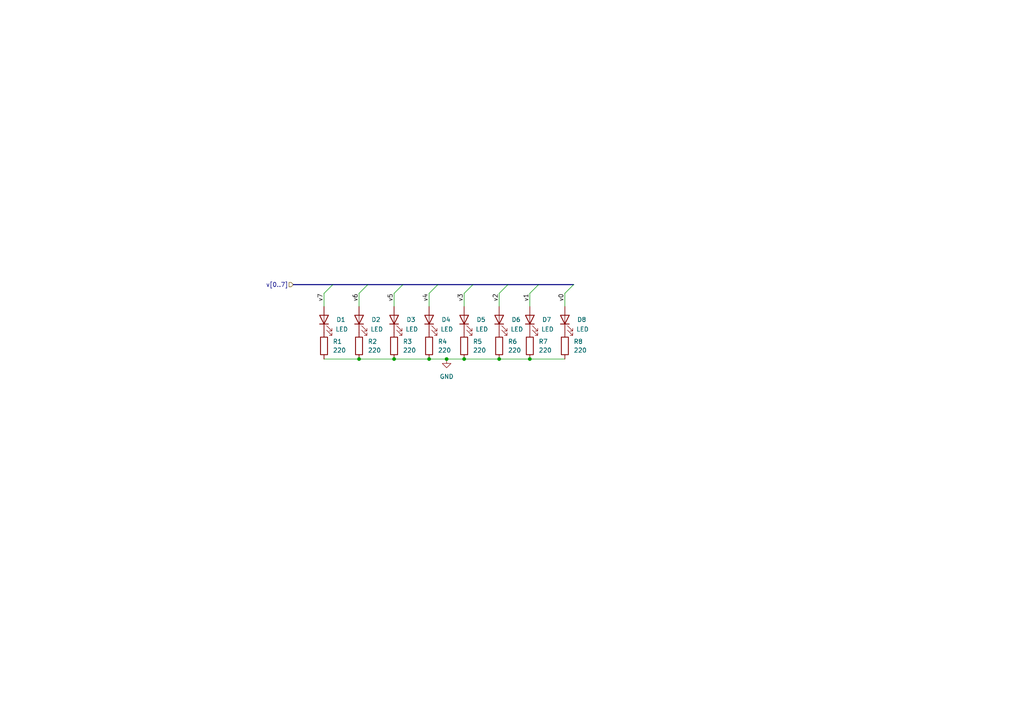
<source format=kicad_sch>
(kicad_sch (version 20250114) (generator "eeschema") (generator_version "9.0")
  (paper "A4")
  (lib_symbols
    (symbol "Device:LED" (pin_numbers (hide yes)) (pin_names (offset 1.016) (hide yes))
      (property "Reference" "D" (at 0 2.54 0))
      (property "Value" "LED" (at 0 -2.54 0))
      (symbol "LED_0_1"
        (polyline (pts (xy -3.048 -0.762) (xy -4.572 -2.286) (xy -3.81 -2.286) (xy -4.572 -2.286) (xy -4.572 -1.524)))
        (polyline (pts (xy -1.778 -0.762) (xy -3.302 -2.286) (xy -2.54 -2.286) (xy -3.302 -2.286) (xy -3.302 -1.524)))
        (polyline (pts (xy -1.27 0) (xy 1.27 0)))
        (polyline (pts (xy -1.27 -1.27) (xy -1.27 1.27)) (stroke (width 0.254)))
        (polyline (pts (xy 1.27 -1.27) (xy 1.27 1.27) (xy -1.27 0) (xy 1.27 -1.27)) (stroke (width 0.254)))
      )
      (symbol "LED_1_1"
        (pin passive line (at -3.81 0 0) (length 2.54) (name "K") (number "1"))
        (pin passive line (at 3.81 0 180) (length 2.54) (name "A") (number "2"))
      )
    )
    (symbol "Device:R" (pin_numbers (hide yes)) (pin_names (offset 0))
      (property "Reference" "R" (at 2.032 0 90))
      (property "Value" "R" (at 0 0 90))
      (symbol "R_0_1"
        (rectangle (start -1.016 -2.54) (end 1.016 2.54) (stroke (width 0.254)))
      )
      (symbol "R_1_1"
        (pin passive line (at 0 3.81 270) (length 1.27) (name "~") (number "1"))
        (pin passive line (at 0 -3.81 90) (length 1.27) (name "~") (number "2"))
      )
    )
    (symbol "power:GND" (power) (pin_numbers (hide yes)) (pin_names (offset 0) (hide yes))
      (property "Value" "GND" (at 0 -3.81 0))
      (symbol "GND_0_1"
        (polyline (pts (xy 0 0) (xy 0 -1.27) (xy 1.27 -1.27) (xy 0 -2.54) (xy -1.27 -1.27) (xy 0 -1.27)))
      )
      (symbol "GND_1_1"
        (pin power_in line (at 0 0 270) (length 0) (name "~") (number "1"))
      )
    )
  )
  (junction (at 129.54 104.14))
  (junction (at 153.67 104.14))
  (junction (at 104.14 104.14))
  (junction (at 144.78 104.14))
  (junction (at 134.62 104.14))
  (junction (at 124.46 104.14))
  (junction (at 114.3 104.14))
  (bus_entry (at 147.32 82.55) (size -2.54 2.54))
  (bus_entry (at 137.16 82.55) (size -2.54 2.54))
  (bus_entry (at 106.68 82.55) (size -2.54 2.54))
  (bus_entry (at 127 82.55) (size -2.54 2.54))
  (bus_entry (at 96.52 82.55) (size -2.54 2.54))
  (bus_entry (at 116.84 82.55) (size -2.54 2.54))
  (bus_entry (at 156.21 82.55) (size -2.54 2.54))
  (bus_entry (at 166.37 82.55) (size -2.54 2.54))
  (wire (pts (xy 129.54 104.14) (xy 134.62 104.14)))
  (bus (pts (xy 85.09 82.55) (xy 96.52 82.55)))
  (bus (pts (xy 106.68 82.55) (xy 116.84 82.55)))
  (wire (pts (xy 144.78 85.09) (xy 144.78 88.9)))
  (wire (pts (xy 104.14 104.14) (xy 114.3 104.14)))
  (wire (pts (xy 114.3 104.14) (xy 124.46 104.14)))
  (wire (pts (xy 104.14 85.09) (xy 104.14 88.9)))
  (wire (pts (xy 124.46 104.14) (xy 129.54 104.14)))
  (wire (pts (xy 114.3 85.09) (xy 114.3 88.9)))
  (wire (pts (xy 153.67 104.14) (xy 163.83 104.14)))
  (wire (pts (xy 134.62 104.14) (xy 144.78 104.14)))
  (bus (pts (xy 147.32 82.55) (xy 137.16 82.55)))
  (bus (pts (xy 96.52 82.55) (xy 106.68 82.55)))
  (wire (pts (xy 93.98 85.09) (xy 93.98 88.9)))
  (wire (pts (xy 134.62 85.09) (xy 134.62 88.9)))
  (wire (pts (xy 93.98 104.14) (xy 104.14 104.14)))
  (bus (pts (xy 156.21 82.55) (xy 147.32 82.55)))
  (bus (pts (xy 166.37 82.55) (xy 156.21 82.55)))
  (wire (pts (xy 163.83 85.09) (xy 163.83 88.9)))
  (bus (pts (xy 116.84 82.55) (xy 127 82.55)))
  (wire (pts (xy 124.46 85.09) (xy 124.46 88.9)))
  (bus (pts (xy 137.16 82.55) (xy 127 82.55)))
  (wire (pts (xy 153.67 85.09) (xy 153.67 88.9)))
  (wire (pts (xy 144.78 104.14) (xy 153.67 104.14)))
  (label "v7" (at 93.98 85.09 270))
  (label "v5" (at 114.3 85.09 270))
  (label "v1" (at 153.67 85.09 270))
  (label "v3" (at 134.62 85.09 270))
  (label "v2" (at 144.78 85.09 270))
  (label "v6" (at 104.14 85.09 270))
  (label "v0" (at 163.83 85.09 270))
  (label "v4" (at 124.46 85.09 270))
  (hierarchical_label "v[0..7]" (shape input) (at 85.09 82.55 180))
  (symbol (lib_id "Device:R") (at 153.67 100.33 0) (unit 1)
    (property "Reference" "R15" (at 156.21 99.0599 0) (effects (justify left)))
    (property "Value" "220" (at 156.21 101.5999 0) (effects (justify left)))
    (property "Footprint" "Resistor_THT:R_Axial_DIN0204_L3.6mm_D1.6mm_P1.90mm_Vertical" (effects (hide yes)))
    (property "Description" "Resistor" (effects (hide yes)))
    (instances (project "comp1" (path "" (reference "R7") (unit 1)) (path "" (reference "R55") (unit 1)) (path "" (reference "R31") (unit 1)) (path "" (reference "R23") (unit 1)) (path "" (reference "R15") (unit 1)) (path "" (reference "R39") (unit 1)) (path "" (reference "R47") (unit 1))))
  )
  (symbol (lib_id "Device:LED") (at 114.3 92.71 90) (unit 1)
    (property "Reference" "D11" (at 117.856 92.71 90) (effects (justify right)))
    (property "Value" "LED" (at 117.602 95.504 90) (effects (justify right)))
    (property "Footprint" "LED_THT:LED_D4.0mm" (effects (hide yes)))
    (property "Description" "Light emitting diode" (effects (hide yes)))
    (property "Sim.Pins" "1=K 2=A" (effects (hide yes)))
    (instances (project "comp1" (path "" (reference "D3") (unit 1)) (path "" (reference "D51") (unit 1)) (path "" (reference "D27") (unit 1)) (path "" (reference "D19") (unit 1)) (path "" (reference "D11") (unit 1)) (path "" (reference "D35") (unit 1)) (path "" (reference "D43") (unit 1))))
  )
  (symbol (lib_id "Device:R") (at 93.98 100.33 0) (unit 1)
    (property "Reference" "R9" (at 96.52 99.0599 0) (effects (justify left)))
    (property "Value" "220" (at 96.52 101.5999 0) (effects (justify left)))
    (property "Footprint" "Resistor_THT:R_Axial_DIN0204_L3.6mm_D1.6mm_P1.90mm_Vertical" (effects (hide yes)))
    (property "Description" "Resistor" (effects (hide yes)))
    (instances (project "comp1" (path "" (reference "R1") (unit 1)) (path "" (reference "R49") (unit 1)) (path "" (reference "R25") (unit 1)) (path "" (reference "R17") (unit 1)) (path "" (reference "R9") (unit 1)) (path "" (reference "R33") (unit 1)) (path "" (reference "R41") (unit 1))))
  )
  (symbol (lib_id "Device:LED") (at 93.98 92.71 90) (unit 1)
    (property "Reference" "D9" (at 97.536 92.71 90) (effects (justify right)))
    (property "Value" "LED" (at 97.282 95.504 90) (effects (justify right)))
    (property "Footprint" "LED_THT:LED_D4.0mm" (effects (hide yes)))
    (property "Description" "Light emitting diode" (effects (hide yes)))
    (property "Sim.Pins" "1=K 2=A" (effects (hide yes)))
    (instances (project "comp1" (path "" (reference "D1") (unit 1)) (path "" (reference "D49") (unit 1)) (path "" (reference "D25") (unit 1)) (path "" (reference "D17") (unit 1)) (path "" (reference "D9") (unit 1)) (path "" (reference "D33") (unit 1)) (path "" (reference "D41") (unit 1))))
  )
  (symbol (lib_id "Device:LED") (at 163.83 92.71 90) (unit 1)
    (property "Reference" "D16" (at 167.386 92.71 90) (effects (justify right)))
    (property "Value" "LED" (at 167.132 95.504 90) (effects (justify right)))
    (property "Footprint" "LED_THT:LED_D4.0mm" (effects (hide yes)))
    (property "Description" "Light emitting diode" (effects (hide yes)))
    (property "Sim.Pins" "1=K 2=A" (effects (hide yes)))
    (instances (project "comp1" (path "" (reference "D8") (unit 1)) (path "" (reference "D56") (unit 1)) (path "" (reference "D32") (unit 1)) (path "" (reference "D24") (unit 1)) (path "" (reference "D16") (unit 1)) (path "" (reference "D40") (unit 1)) (path "" (reference "D48") (unit 1))))
  )
  (symbol (lib_id "Device:LED") (at 124.46 92.71 90) (unit 1)
    (property "Reference" "D12" (at 128.016 92.71 90) (effects (justify right)))
    (property "Value" "LED" (at 127.762 95.504 90) (effects (justify right)))
    (property "Footprint" "LED_THT:LED_D4.0mm" (effects (hide yes)))
    (property "Description" "Light emitting diode" (effects (hide yes)))
    (property "Sim.Pins" "1=K 2=A" (effects (hide yes)))
    (instances (project "comp1" (path "" (reference "D4") (unit 1)) (path "" (reference "D52") (unit 1)) (path "" (reference "D28") (unit 1)) (path "" (reference "D20") (unit 1)) (path "" (reference "D12") (unit 1)) (path "" (reference "D36") (unit 1)) (path "" (reference "D44") (unit 1))))
  )
  (symbol (lib_id "Device:R") (at 104.14 100.33 0) (unit 1)
    (property "Reference" "R10" (at 106.68 99.0599 0) (effects (justify left)))
    (property "Value" "220" (at 106.68 101.5999 0) (effects (justify left)))
    (property "Footprint" "Resistor_THT:R_Axial_DIN0204_L3.6mm_D1.6mm_P1.90mm_Vertical" (effects (hide yes)))
    (property "Description" "Resistor" (effects (hide yes)))
    (instances (project "comp1" (path "" (reference "R2") (unit 1)) (path "" (reference "R50") (unit 1)) (path "" (reference "R26") (unit 1)) (path "" (reference "R18") (unit 1)) (path "" (reference "R10") (unit 1)) (path "" (reference "R34") (unit 1)) (path "" (reference "R42") (unit 1))))
  )
  (symbol (lib_id "Device:R") (at 163.83 100.33 0) (unit 1)
    (property "Reference" "R16" (at 166.37 99.0599 0) (effects (justify left)))
    (property "Value" "220" (at 166.37 101.5999 0) (effects (justify left)))
    (property "Footprint" "Resistor_THT:R_Axial_DIN0204_L3.6mm_D1.6mm_P1.90mm_Vertical" (effects (hide yes)))
    (property "Description" "Resistor" (effects (hide yes)))
    (instances (project "comp1" (path "" (reference "R8") (unit 1)) (path "" (reference "R56") (unit 1)) (path "" (reference "R32") (unit 1)) (path "" (reference "R24") (unit 1)) (path "" (reference "R16") (unit 1)) (path "" (reference "R40") (unit 1)) (path "" (reference "R48") (unit 1))))
  )
  (symbol (lib_id "power:GND") (at 129.54 104.14 0) (unit 1)
    (property "Reference" "#PWR027" (effects (hide yes)))
    (property "Value" "GND" (at 129.54 109.22 0))
    (property "Description" "Power symbol creates a global label with name \"GND\" , ground" (effects (hide yes)))
    (instances (project "comp1" (path "" (reference "#PWR033") (unit 1)) (path "" (reference "#PWR056") (unit 1)) (path "" (reference "#PWR034") (unit 1)) (path "" (reference "#PWR028") (unit 1)) (path "" (reference "#PWR027") (unit 1)) (path "" (reference "#PWR060") (unit 1)) (path "" (reference "#PWR061") (unit 1))))
  )
  (symbol (lib_id "Device:LED") (at 144.78 92.71 90) (unit 1)
    (property "Reference" "D14" (at 148.336 92.71 90) (effects (justify right)))
    (property "Value" "LED" (at 148.082 95.504 90) (effects (justify right)))
    (property "Footprint" "LED_THT:LED_D4.0mm" (effects (hide yes)))
    (property "Description" "Light emitting diode" (effects (hide yes)))
    (property "Sim.Pins" "1=K 2=A" (effects (hide yes)))
    (instances (project "comp1" (path "" (reference "D6") (unit 1)) (path "" (reference "D54") (unit 1)) (path "" (reference "D30") (unit 1)) (path "" (reference "D22") (unit 1)) (path "" (reference "D14") (unit 1)) (path "" (reference "D38") (unit 1)) (path "" (reference "D46") (unit 1))))
  )
  (symbol (lib_id "Device:R") (at 134.62 100.33 0) (unit 1)
    (property "Reference" "R13" (at 137.16 99.0599 0) (effects (justify left)))
    (property "Value" "220" (at 137.16 101.5999 0) (effects (justify left)))
    (property "Footprint" "Resistor_THT:R_Axial_DIN0204_L3.6mm_D1.6mm_P1.90mm_Vertical" (effects (hide yes)))
    (property "Description" "Resistor" (effects (hide yes)))
    (instances (project "comp1" (path "" (reference "R5") (unit 1)) (path "" (reference "R53") (unit 1)) (path "" (reference "R29") (unit 1)) (path "" (reference "R21") (unit 1)) (path "" (reference "R13") (unit 1)) (path "" (reference "R37") (unit 1)) (path "" (reference "R45") (unit 1))))
  )
  (symbol (lib_id "Device:LED") (at 134.62 92.71 90) (unit 1)
    (property "Reference" "D13" (at 138.176 92.71 90) (effects (justify right)))
    (property "Value" "LED" (at 137.922 95.504 90) (effects (justify right)))
    (property "Footprint" "LED_THT:LED_D4.0mm" (effects (hide yes)))
    (property "Description" "Light emitting diode" (effects (hide yes)))
    (property "Sim.Pins" "1=K 2=A" (effects (hide yes)))
    (instances (project "comp1" (path "" (reference "D5") (unit 1)) (path "" (reference "D53") (unit 1)) (path "" (reference "D29") (unit 1)) (path "" (reference "D21") (unit 1)) (path "" (reference "D13") (unit 1)) (path "" (reference "D37") (unit 1)) (path "" (reference "D45") (unit 1))))
  )
  (symbol (lib_id "Device:R") (at 144.78 100.33 0) (unit 1)
    (property "Reference" "R14" (at 147.32 99.0599 0) (effects (justify left)))
    (property "Value" "220" (at 147.32 101.5999 0) (effects (justify left)))
    (property "Footprint" "Resistor_THT:R_Axial_DIN0204_L3.6mm_D1.6mm_P1.90mm_Vertical" (effects (hide yes)))
    (property "Description" "Resistor" (effects (hide yes)))
    (instances (project "comp1" (path "" (reference "R6") (unit 1)) (path "" (reference "R54") (unit 1)) (path "" (reference "R30") (unit 1)) (path "" (reference "R22") (unit 1)) (path "" (reference "R14") (unit 1)) (path "" (reference "R38") (unit 1)) (path "" (reference "R46") (unit 1))))
  )
  (symbol (lib_id "Device:R") (at 124.46 100.33 0) (unit 1)
    (property "Reference" "R12" (at 127 99.0599 0) (effects (justify left)))
    (property "Value" "220" (at 127 101.5999 0) (effects (justify left)))
    (property "Footprint" "Resistor_THT:R_Axial_DIN0204_L3.6mm_D1.6mm_P1.90mm_Vertical" (effects (hide yes)))
    (property "Description" "Resistor" (effects (hide yes)))
    (instances (project "comp1" (path "" (reference "R4") (unit 1)) (path "" (reference "R52") (unit 1)) (path "" (reference "R28") (unit 1)) (path "" (reference "R20") (unit 1)) (path "" (reference "R12") (unit 1)) (path "" (reference "R36") (unit 1)) (path "" (reference "R44") (unit 1))))
  )
  (symbol (lib_id "Device:R") (at 114.3 100.33 0) (unit 1)
    (property "Reference" "R11" (at 116.84 99.0599 0) (effects (justify left)))
    (property "Value" "220" (at 116.84 101.5999 0) (effects (justify left)))
    (property "Footprint" "Resistor_THT:R_Axial_DIN0204_L3.6mm_D1.6mm_P1.90mm_Vertical" (effects (hide yes)))
    (property "Description" "Resistor" (effects (hide yes)))
    (instances (project "comp1" (path "" (reference "R3") (unit 1)) (path "" (reference "R51") (unit 1)) (path "" (reference "R27") (unit 1)) (path "" (reference "R19") (unit 1)) (path "" (reference "R11") (unit 1)) (path "" (reference "R35") (unit 1)) (path "" (reference "R43") (unit 1))))
  )
  (symbol (lib_id "Device:LED") (at 153.67 92.71 90) (unit 1)
    (property "Reference" "D15" (at 157.226 92.71 90) (effects (justify right)))
    (property "Value" "LED" (at 156.972 95.504 90) (effects (justify right)))
    (property "Footprint" "LED_THT:LED_D4.0mm" (effects (hide yes)))
    (property "Description" "Light emitting diode" (effects (hide yes)))
    (property "Sim.Pins" "1=K 2=A" (effects (hide yes)))
    (instances (project "comp1" (path "" (reference "D7") (unit 1)) (path "" (reference "D55") (unit 1)) (path "" (reference "D31") (unit 1)) (path "" (reference "D23") (unit 1)) (path "" (reference "D15") (unit 1)) (path "" (reference "D39") (unit 1)) (path "" (reference "D47") (unit 1))))
  )
  (symbol (lib_id "Device:LED") (at 104.14 92.71 90) (unit 1)
    (property "Reference" "D10" (at 107.696 92.71 90) (effects (justify right)))
    (property "Value" "LED" (at 107.442 95.504 90) (effects (justify right)))
    (property "Footprint" "LED_THT:LED_D4.0mm" (effects (hide yes)))
    (property "Description" "Light emitting diode" (effects (hide yes)))
    (property "Sim.Pins" "1=K 2=A" (effects (hide yes)))
    (instances (project "comp1" (path "" (reference "D2") (unit 1)) (path "" (reference "D50") (unit 1)) (path "" (reference "D26") (unit 1)) (path "" (reference "D18") (unit 1)) (path "" (reference "D10") (unit 1)) (path "" (reference "D34") (unit 1)) (path "" (reference "D42") (unit 1))))
  )
)
</source>
